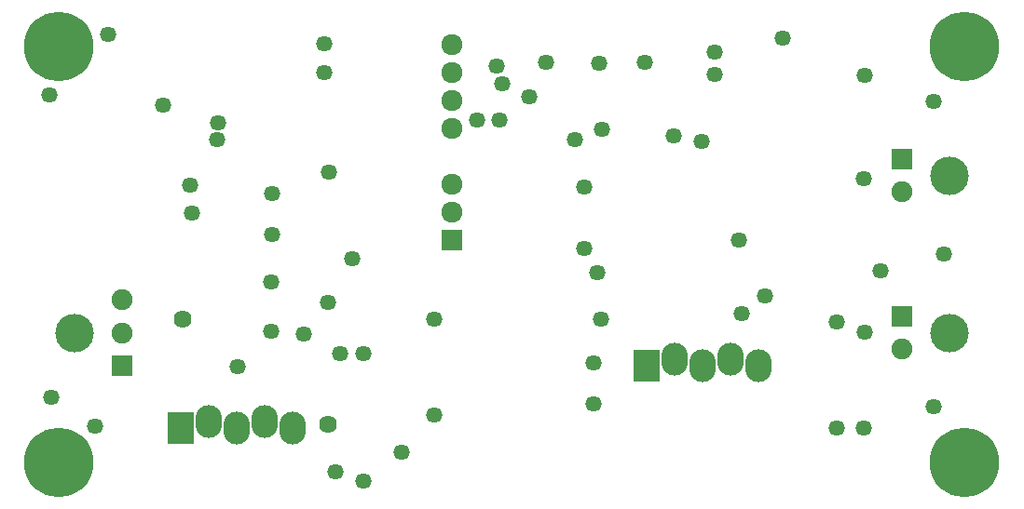
<source format=gbs>
G04 #@! TF.GenerationSoftware,KiCad,Pcbnew,(5.0.0)*
G04 #@! TF.CreationDate,2020-04-20T12:53:27-07:00*
G04 #@! TF.ProjectId,PowerShuffler2,506F77657253687566666C6572322E6B,rev?*
G04 #@! TF.SameCoordinates,Original*
G04 #@! TF.FileFunction,Soldermask,Bot*
G04 #@! TF.FilePolarity,Negative*
%FSLAX46Y46*%
G04 Gerber Fmt 4.6, Leading zero omitted, Abs format (unit mm)*
G04 Created by KiCad (PCBNEW (5.0.0)) date 04/20/20 12:53:27*
%MOMM*%
%LPD*%
G01*
G04 APERTURE LIST*
%ADD10R,1.924000X1.924000*%
%ADD11C,1.924000*%
%ADD12C,3.500000*%
%ADD13C,1.900000*%
%ADD14R,1.900000X1.900000*%
%ADD15R,2.400000X3.000000*%
%ADD16O,2.400000X3.000000*%
%ADD17C,6.316000*%
%ADD18C,1.466800*%
%ADD19C,1.619200*%
G04 APERTURE END LIST*
D10*
G04 #@! TO.C,U4*
X92837000Y-92329000D03*
D11*
X92837000Y-89789000D03*
X92837000Y-87249000D03*
X92837000Y-82169000D03*
X92837000Y-79629000D03*
X92837000Y-77089000D03*
X92837000Y-74549000D03*
G04 #@! TD*
D12*
G04 #@! TO.C,J5*
X138025600Y-100763200D03*
D13*
X133705600Y-102263200D03*
D14*
X133705600Y-99263200D03*
G04 #@! TD*
D15*
G04 #@! TO.C,J2*
X68237100Y-109385100D03*
D16*
X70777100Y-108785100D03*
X73317100Y-109385100D03*
X75857100Y-108785100D03*
X78397100Y-109385100D03*
G04 #@! TD*
D15*
G04 #@! TO.C,J4*
X110566200Y-103779600D03*
D16*
X113106200Y-103179600D03*
X115646200Y-103779600D03*
X118186200Y-103179600D03*
X120726200Y-103779600D03*
G04 #@! TD*
D14*
G04 #@! TO.C,J3*
X133705600Y-84937600D03*
D13*
X133705600Y-87937600D03*
D12*
X138025600Y-86437600D03*
G04 #@! TD*
D14*
G04 #@! TO.C,J1*
X62903100Y-103759000D03*
D13*
X62903100Y-100759000D03*
X62903100Y-97759000D03*
D12*
X58583100Y-100759000D03*
G04 #@! TD*
D17*
G04 #@! TO.C,MNT1*
X57150000Y-74676000D03*
G04 #@! TD*
G04 #@! TO.C,MNT2*
X139446000Y-74676000D03*
G04 #@! TD*
G04 #@! TO.C,MNT3*
X57150000Y-112522000D03*
G04 #@! TD*
G04 #@! TO.C,MNT4*
X139446000Y-112522000D03*
G04 #@! TD*
D18*
X69011800Y-87350600D03*
X81280000Y-77038200D03*
X76479400Y-91846400D03*
X81280000Y-74447400D03*
X116713000Y-75209400D03*
X116713000Y-77216000D03*
X130378200Y-77343000D03*
X104902000Y-87503000D03*
X113004600Y-82854800D03*
X119202200Y-99034600D03*
X121285000Y-97358200D03*
X104902000Y-93040200D03*
X105714800Y-107238800D03*
X105714800Y-103505000D03*
X130378200Y-100660200D03*
X127838200Y-109397800D03*
X130276600Y-86741000D03*
X97155000Y-81432400D03*
X97434400Y-78079600D03*
X96875600Y-76479400D03*
X95123000Y-81432400D03*
X101396800Y-76123800D03*
X106197400Y-76200000D03*
X136601200Y-79705200D03*
X136601200Y-107467400D03*
X137515600Y-93624400D03*
X106019600Y-95250000D03*
X130225800Y-109397800D03*
X131826000Y-95148400D03*
X110337600Y-76149200D03*
X99872800Y-79273400D03*
X104013000Y-83134200D03*
X106502200Y-82219800D03*
X106426000Y-99491800D03*
X118897400Y-92329000D03*
X115570000Y-83362800D03*
X84836000Y-114223800D03*
X81559400Y-98018600D03*
X91236800Y-99517200D03*
X76454000Y-96164400D03*
X66586100Y-80048100D03*
D19*
X68364100Y-99517200D03*
D18*
X76530200Y-88087200D03*
D19*
X81572100Y-109093000D03*
D18*
X122910600Y-73914000D03*
X127838200Y-99796600D03*
X71577200Y-81635600D03*
X71475600Y-83134200D03*
X69189600Y-89839800D03*
X56286400Y-79070200D03*
X61569600Y-73583800D03*
X56464200Y-106629200D03*
X60426600Y-109245400D03*
X73380600Y-103860600D03*
X79375000Y-100838000D03*
X82677000Y-102666800D03*
X84785200Y-102666800D03*
X83794600Y-94005400D03*
X91236800Y-108229400D03*
X81686400Y-86131400D03*
X88239600Y-111582200D03*
X76403200Y-100609400D03*
X82219800Y-113436400D03*
M02*

</source>
